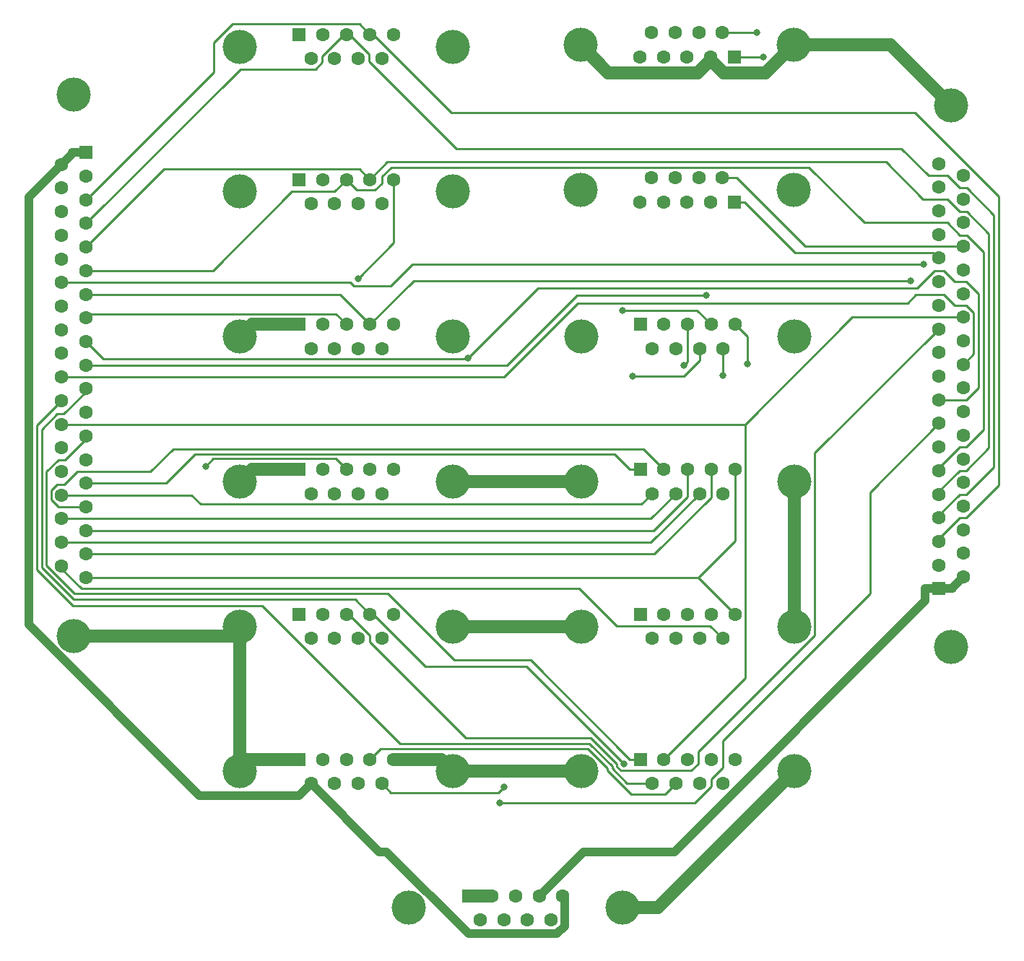
<source format=gbr>
%TF.GenerationSoftware,KiCad,Pcbnew,7.0.9*%
%TF.CreationDate,2023-12-30T13:25:45-08:00*%
%TF.ProjectId,Interconnect Board,496e7465-7263-46f6-9e6e-65637420426f,v1.3*%
%TF.SameCoordinates,Original*%
%TF.FileFunction,Copper,L1,Top*%
%TF.FilePolarity,Positive*%
%FSLAX46Y46*%
G04 Gerber Fmt 4.6, Leading zero omitted, Abs format (unit mm)*
G04 Created by KiCad (PCBNEW 7.0.9) date 2023-12-30 13:25:45*
%MOMM*%
%LPD*%
G01*
G04 APERTURE LIST*
%TA.AperFunction,ComponentPad*%
%ADD10C,4.000000*%
%TD*%
%TA.AperFunction,ComponentPad*%
%ADD11R,1.600000X1.600000*%
%TD*%
%TA.AperFunction,ComponentPad*%
%ADD12C,1.600000*%
%TD*%
%TA.AperFunction,ViaPad*%
%ADD13C,0.800000*%
%TD*%
%TA.AperFunction,Conductor*%
%ADD14C,0.250000*%
%TD*%
%TA.AperFunction,Conductor*%
%ADD15C,1.000000*%
%TD*%
%TA.AperFunction,Conductor*%
%ADD16C,1.500000*%
%TD*%
G04 APERTURE END LIST*
D10*
%TO.P,XPNDR_Serial_2,0,PAD*%
%TO.N,GND*%
X134622000Y-45069100D03*
X159622000Y-45069100D03*
D11*
%TO.P,XPNDR_Serial_2,1,1*%
X141582000Y-43649100D03*
D12*
%TO.P,XPNDR_Serial_2,2,2*%
%TO.N,/XPNDR_&_IDENT_12V*%
X144352000Y-43649100D03*
%TO.P,XPNDR_Serial_2,3,3*%
%TO.N,/XPNDR_Serial_2_Tx*%
X147122000Y-43649100D03*
%TO.P,XPNDR_Serial_2,4,4*%
%TO.N,/XPNDR_Serial_2_Rx*%
X149892000Y-43649100D03*
%TO.P,XPNDR_Serial_2,5,5*%
%TO.N,/Ident_SW_Input*%
X152662000Y-43649100D03*
%TO.P,XPNDR_Serial_2,6,6*%
%TO.N,unconnected-(XPNDR_Serial_2-Pad6)*%
X142967000Y-46489100D03*
%TO.P,XPNDR_Serial_2,7,7*%
%TO.N,unconnected-(XPNDR_Serial_2-Pad7)*%
X145737000Y-46489100D03*
%TO.P,XPNDR_Serial_2,8,8*%
%TO.N,unconnected-(XPNDR_Serial_2-Pad8)*%
X148507000Y-46489100D03*
%TO.P,XPNDR_Serial_2,9,9*%
%TO.N,unconnected-(XPNDR_Serial_2-Pad9)*%
X151277000Y-46489100D03*
%TD*%
D10*
%TO.P,VPX_Serial_3,0,PAD*%
%TO.N,GND*%
X134622000Y-62069100D03*
X159622000Y-62069100D03*
D11*
%TO.P,VPX_Serial_3,1,1*%
X141582000Y-60649100D03*
D12*
%TO.P,VPX_Serial_3,2,2*%
%TO.N,unconnected-(VPX_Serial_3-Pad2)*%
X144352000Y-60649100D03*
%TO.P,VPX_Serial_3,3,3*%
%TO.N,/VPX_Serial_3_Tx*%
X147122000Y-60649100D03*
%TO.P,VPX_Serial_3,4,4*%
%TO.N,/VPX_Serial_3_Rx*%
X149892000Y-60649100D03*
%TO.P,VPX_Serial_3,5,5*%
%TO.N,unconnected-(VPX_Serial_3-Pad5)*%
X152662000Y-60649100D03*
%TO.P,VPX_Serial_3,6,6*%
%TO.N,unconnected-(VPX_Serial_3-Pad6)*%
X142967000Y-63489100D03*
%TO.P,VPX_Serial_3,7,7*%
%TO.N,unconnected-(VPX_Serial_3-Pad7)*%
X145737000Y-63489100D03*
%TO.P,VPX_Serial_3,8,8*%
%TO.N,unconnected-(VPX_Serial_3-Pad8)*%
X148507000Y-63489100D03*
%TO.P,VPX_Serial_3,9,9*%
%TO.N,unconnected-(VPX_Serial_3-Pad9)*%
X151277000Y-63489100D03*
%TD*%
D10*
%TO.P,SkyView_3,0,PAD*%
%TO.N,GND*%
X174622000Y-96069100D03*
X199622000Y-96069100D03*
D11*
%TO.P,SkyView_3,1,1*%
%TO.N,/SV_Data_1A*%
X181582000Y-94649100D03*
D12*
%TO.P,SkyView_3,2,2*%
%TO.N,/SV_GND_1*%
X184352000Y-94649100D03*
%TO.P,SkyView_3,3,3*%
%TO.N,/SV_GND_2*%
X187122000Y-94649100D03*
%TO.P,SkyView_3,4,4*%
%TO.N,/SV_Data_2B*%
X189892000Y-94649100D03*
%TO.P,SkyView_3,5,5*%
%TO.N,/SV_EMS_Aux*%
X192662000Y-94649100D03*
%TO.P,SkyView_3,6,6*%
%TO.N,/SV_Data_1B*%
X182967000Y-97489100D03*
%TO.P,SkyView_3,7,7*%
%TO.N,/SV_Power_1*%
X185737000Y-97489100D03*
%TO.P,SkyView_3,8,8*%
%TO.N,/SV_Data_2A*%
X188507000Y-97489100D03*
%TO.P,SkyView_3,9,9*%
%TO.N,/SV_Power_2*%
X191277000Y-97489100D03*
%TD*%
D10*
%TO.P,SkyView_2,0,PAD*%
%TO.N,GND*%
X174622000Y-79069100D03*
X199622000Y-79069100D03*
D11*
%TO.P,SkyView_2,1,1*%
%TO.N,/SV_Data_1A*%
X181582000Y-77649100D03*
D12*
%TO.P,SkyView_2,2,2*%
%TO.N,/SV_GND_1*%
X184352000Y-77649100D03*
%TO.P,SkyView_2,3,3*%
%TO.N,/SV_GND_2*%
X187122000Y-77649100D03*
%TO.P,SkyView_2,4,4*%
%TO.N,/SV_Data_2B*%
X189892000Y-77649100D03*
%TO.P,SkyView_2,5,5*%
%TO.N,/SV_EMS_Aux*%
X192662000Y-77649100D03*
%TO.P,SkyView_2,6,6*%
%TO.N,/SV_Data_1B*%
X182967000Y-80489100D03*
%TO.P,SkyView_2,7,7*%
%TO.N,/SV_Power_1*%
X185737000Y-80489100D03*
%TO.P,SkyView_2,8,8*%
%TO.N,/SV_Data_2A*%
X188507000Y-80489100D03*
%TO.P,SkyView_2,9,9*%
%TO.N,/SV_Power_2*%
X191277000Y-80489100D03*
%TD*%
%TO.P,SkyView_1,9,9*%
%TO.N,/SV_Power_2*%
X191277000Y-63489100D03*
%TO.P,SkyView_1,8,8*%
%TO.N,/SV_Data_2A*%
X188507000Y-63489100D03*
%TO.P,SkyView_1,7,7*%
%TO.N,/SV_Power_1*%
X185737000Y-63489100D03*
%TO.P,SkyView_1,6,6*%
%TO.N,/SV_Data_1B*%
X182967000Y-63489100D03*
%TO.P,SkyView_1,5,5*%
%TO.N,/SV_EMS_Aux*%
X192662000Y-60649100D03*
%TO.P,SkyView_1,4,4*%
%TO.N,/SV_Data_2B*%
X189892000Y-60649100D03*
%TO.P,SkyView_1,3,3*%
%TO.N,/SV_GND_2*%
X187122000Y-60649100D03*
%TO.P,SkyView_1,2,2*%
%TO.N,/SV_GND_1*%
X184352000Y-60649100D03*
D11*
%TO.P,SkyView_1,1,1*%
%TO.N,/SV_Data_1A*%
X181582000Y-60649100D03*
D10*
%TO.P,SkyView_1,0,PAD*%
%TO.N,GND*%
X199622000Y-62069100D03*
X174622000Y-62069100D03*
%TD*%
%TO.P,Power_Input_1,0,PAD*%
%TO.N,GND*%
X154464100Y-129069100D03*
X179464100Y-129069100D03*
D11*
%TO.P,Power_Input_1,1,1*%
X161424100Y-127649100D03*
D12*
%TO.P,Power_Input_1,2,2*%
X164194100Y-127649100D03*
%TO.P,Power_Input_1,3,3*%
%TO.N,/ADSB_12V*%
X166964100Y-127649100D03*
%TO.P,Power_Input_1,4,4*%
%TO.N,/MFD_12V*%
X169734100Y-127649100D03*
%TO.P,Power_Input_1,5,5*%
%TO.N,/PFD_&_Dim_12V*%
X172504100Y-127649100D03*
%TO.P,Power_Input_1,6,6*%
%TO.N,GND*%
X162809100Y-130489100D03*
%TO.P,Power_Input_1,7,7*%
%TO.N,/ELT_12V*%
X165579100Y-130489100D03*
%TO.P,Power_Input_1,8,8*%
%TO.N,/SV-Net_AP_12V*%
X168349100Y-130489100D03*
%TO.P,Power_Input_1,9,9*%
%TO.N,/XPNDR_&_IDENT_12V*%
X171119100Y-130489100D03*
%TD*%
D10*
%TO.P,Ident_&_Dimmer_Input_1,0,PAD*%
%TO.N,GND*%
X134622000Y-113069100D03*
X159622000Y-113069100D03*
D11*
%TO.P,Ident_&_Dimmer_Input_1,1,1*%
X141582000Y-111649100D03*
D12*
%TO.P,Ident_&_Dimmer_Input_1,2,2*%
%TO.N,/Dimmer_Signal_Input*%
X144352000Y-111649100D03*
%TO.P,Ident_&_Dimmer_Input_1,3,3*%
%TO.N,unconnected-(Ident_&_Dimmer_Input_1-Pad3)*%
X147122000Y-111649100D03*
%TO.P,Ident_&_Dimmer_Input_1,4,4*%
%TO.N,/Dimmer_Output_Signal*%
X149892000Y-111649100D03*
%TO.P,Ident_&_Dimmer_Input_1,5,5*%
%TO.N,GND*%
X152662000Y-111649100D03*
%TO.P,Ident_&_Dimmer_Input_1,6,6*%
%TO.N,/PFD_&_Dim_12V*%
X142967000Y-114489100D03*
%TO.P,Ident_&_Dimmer_Input_1,7,7*%
%TO.N,unconnected-(Ident_&_Dimmer_Input_1-Pad7)*%
X145737000Y-114489100D03*
%TO.P,Ident_&_Dimmer_Input_1,8,8*%
%TO.N,/Ident_SW_Input*%
X148507000Y-114489100D03*
%TO.P,Ident_&_Dimmer_Input_1,9,9*%
%TO.N,/XPNDR_&_IDENT_12V*%
X151277000Y-114489100D03*
%TD*%
D10*
%TO.P,GPS_Serial_5,0,PAD*%
%TO.N,GND*%
X134622000Y-96069100D03*
X159622000Y-96069100D03*
D11*
%TO.P,GPS_Serial_5,1,1*%
%TO.N,/GPS_GND*%
X141582000Y-94649100D03*
D12*
%TO.P,GPS_Serial_5,2,2*%
%TO.N,/GPS_Power*%
X144352000Y-94649100D03*
%TO.P,GPS_Serial_5,3,3*%
%TO.N,/GPS_Serial_5_Tx*%
X147122000Y-94649100D03*
%TO.P,GPS_Serial_5,4,4*%
%TO.N,/GPS_Serial_5_Rx*%
X149892000Y-94649100D03*
%TO.P,GPS_Serial_5,5,5*%
%TO.N,unconnected-(GPS_Serial_5-Pad5)*%
X152662000Y-94649100D03*
%TO.P,GPS_Serial_5,6,6*%
%TO.N,unconnected-(GPS_Serial_5-Pad6)*%
X142967000Y-97489100D03*
%TO.P,GPS_Serial_5,7,7*%
%TO.N,unconnected-(GPS_Serial_5-Pad7)*%
X145737000Y-97489100D03*
%TO.P,GPS_Serial_5,8,8*%
%TO.N,unconnected-(GPS_Serial_5-Pad8)*%
X148507000Y-97489100D03*
%TO.P,GPS_Serial_5,9,9*%
%TO.N,unconnected-(GPS_Serial_5-Pad9)*%
X151277000Y-97489100D03*
%TD*%
D10*
%TO.P,ELT_Serial_4,0,PAD*%
%TO.N,GND*%
X134622000Y-79069100D03*
X159622000Y-79069100D03*
D11*
%TO.P,ELT_Serial_4,1,1*%
X141582000Y-77649100D03*
D12*
%TO.P,ELT_Serial_4,2,2*%
%TO.N,/ELT_12V*%
X144352000Y-77649100D03*
%TO.P,ELT_Serial_4,3,3*%
%TO.N,/ELT_Serial_4_Tx*%
X147122000Y-77649100D03*
%TO.P,ELT_Serial_4,4,4*%
%TO.N,/ELT_Serial_4_Rx*%
X149892000Y-77649100D03*
%TO.P,ELT_Serial_4,5,5*%
%TO.N,unconnected-(ELT_Serial_4-Pad5)*%
X152662000Y-77649100D03*
%TO.P,ELT_Serial_4,6,6*%
%TO.N,unconnected-(ELT_Serial_4-Pad6)*%
X142967000Y-80489100D03*
%TO.P,ELT_Serial_4,7,7*%
%TO.N,unconnected-(ELT_Serial_4-Pad7)*%
X145737000Y-80489100D03*
%TO.P,ELT_Serial_4,8,8*%
%TO.N,unconnected-(ELT_Serial_4-Pad8)*%
X148507000Y-80489100D03*
%TO.P,ELT_Serial_4,9,9*%
%TO.N,unconnected-(ELT_Serial_4-Pad9)*%
X151277000Y-80489100D03*
%TD*%
D10*
%TO.P,Dimmer_&_Audio_Output_1,0,PAD*%
%TO.N,GND*%
X174622000Y-113069100D03*
X199622000Y-113069100D03*
D11*
%TO.P,Dimmer_&_Audio_Output_1,1,1*%
%TO.N,/L_Audio_Out_1*%
X181582000Y-111649100D03*
D12*
%TO.P,Dimmer_&_Audio_Output_1,2,2*%
%TO.N,/R_Audio_Out_1*%
X184352000Y-111649100D03*
%TO.P,Dimmer_&_Audio_Output_1,3,3*%
%TO.N,/Dimmer_Output_Signal*%
X187122000Y-111649100D03*
%TO.P,Dimmer_&_Audio_Output_1,4,4*%
%TO.N,unconnected-(Dimmer_&_Audio_Output_1-Pad4)*%
X189892000Y-111649100D03*
%TO.P,Dimmer_&_Audio_Output_1,5,5*%
%TO.N,unconnected-(Dimmer_&_Audio_Output_1-Pad5)*%
X192662000Y-111649100D03*
%TO.P,Dimmer_&_Audio_Output_1,6,6*%
%TO.N,/Audio_Out_GND*%
X182967000Y-114489100D03*
%TO.P,Dimmer_&_Audio_Output_1,7,7*%
%TO.N,/Dimmer_Output_Signal*%
X185737000Y-114489100D03*
%TO.P,Dimmer_&_Audio_Output_1,8,8*%
X188507000Y-114489100D03*
%TO.P,Dimmer_&_Audio_Output_1,9,9*%
%TO.N,unconnected-(Dimmer_&_Audio_Output_1-Pad9)*%
X191277000Y-114489100D03*
%TD*%
D10*
%TO.P,AP_Roll_SV_Net_2,0,PAD*%
%TO.N,GND*%
X199546200Y-27865200D03*
X174546200Y-27865200D03*
D11*
%TO.P,AP_Roll_SV_Net_2,1,1*%
%TO.N,/SV_Data_1A*%
X192586200Y-29285200D03*
D12*
%TO.P,AP_Roll_SV_Net_2,2,2*%
%TO.N,GND*%
X189816200Y-29285200D03*
%TO.P,AP_Roll_SV_Net_2,3,3*%
%TO.N,/AP_Disengage (Unused)*%
X187046200Y-29285200D03*
%TO.P,AP_Roll_SV_Net_2,4,4*%
%TO.N,/SV_Data_2B*%
X184276200Y-29285200D03*
%TO.P,AP_Roll_SV_Net_2,5,5*%
%TO.N,unconnected-(AP_Roll_SV_Net_2-Pad5)*%
X181506200Y-29285200D03*
%TO.P,AP_Roll_SV_Net_2,6,6*%
%TO.N,/SV_Data_1B*%
X191201200Y-26445200D03*
%TO.P,AP_Roll_SV_Net_2,7,7*%
%TO.N,/SV-Net_AP_12V*%
X188431200Y-26445200D03*
%TO.P,AP_Roll_SV_Net_2,8,8*%
%TO.N,/SV_Data_2A*%
X185661200Y-26445200D03*
%TO.P,AP_Roll_SV_Net_2,9,9*%
%TO.N,unconnected-(AP_Roll_SV_Net_2-Pad9)*%
X182891200Y-26445200D03*
%TD*%
D10*
%TO.P,AP_Pitch_SV_Net_1,0,PAD*%
%TO.N,GND*%
X199546200Y-44865200D03*
X174546200Y-44865200D03*
D11*
%TO.P,AP_Pitch_SV_Net_1,1,1*%
%TO.N,/SV_Data_1A*%
X192586200Y-46285200D03*
D12*
%TO.P,AP_Pitch_SV_Net_1,2,2*%
%TO.N,GND*%
X189816200Y-46285200D03*
%TO.P,AP_Pitch_SV_Net_1,3,3*%
%TO.N,/AP_Disengage (Unused)*%
X187046200Y-46285200D03*
%TO.P,AP_Pitch_SV_Net_1,4,4*%
%TO.N,/SV_Data_2B*%
X184276200Y-46285200D03*
%TO.P,AP_Pitch_SV_Net_1,5,5*%
%TO.N,unconnected-(AP_Pitch_SV_Net_1-Pad5)*%
X181506200Y-46285200D03*
%TO.P,AP_Pitch_SV_Net_1,6,6*%
%TO.N,/SV_Data_1B*%
X191201200Y-43445200D03*
%TO.P,AP_Pitch_SV_Net_1,7,7*%
%TO.N,/SV-Net_AP_12V*%
X188431200Y-43445200D03*
%TO.P,AP_Pitch_SV_Net_1,8,8*%
%TO.N,/SV_Data_2A*%
X185661200Y-43445200D03*
%TO.P,AP_Pitch_SV_Net_1,9,9*%
%TO.N,unconnected-(AP_Pitch_SV_Net_1-Pad9)*%
X182891200Y-43445200D03*
%TD*%
D10*
%TO.P,ADSB_Serial_1,0,PAD*%
%TO.N,GND*%
X134622000Y-28069100D03*
X159622000Y-28069100D03*
D11*
%TO.P,ADSB_Serial_1,1,1*%
X141582000Y-26649100D03*
D12*
%TO.P,ADSB_Serial_1,2,2*%
%TO.N,/ADSB_12V*%
X144352000Y-26649100D03*
%TO.P,ADSB_Serial_1,3,3*%
%TO.N,/ADSB_Serial_1_Tx*%
X147122000Y-26649100D03*
%TO.P,ADSB_Serial_1,4,4*%
%TO.N,/ADSB_Serial_1_Rx*%
X149892000Y-26649100D03*
%TO.P,ADSB_Serial_1,5,5*%
%TO.N,unconnected-(ADSB_Serial_1-Pad5)*%
X152662000Y-26649100D03*
%TO.P,ADSB_Serial_1,6,6*%
%TO.N,unconnected-(ADSB_Serial_1-Pad6)*%
X142967000Y-29489100D03*
%TO.P,ADSB_Serial_1,7,7*%
%TO.N,unconnected-(ADSB_Serial_1-Pad7)*%
X145737000Y-29489100D03*
%TO.P,ADSB_Serial_1,8,8*%
%TO.N,unconnected-(ADSB_Serial_1-Pad8)*%
X148507000Y-29489100D03*
%TO.P,ADSB_Serial_1,9,9*%
%TO.N,unconnected-(ADSB_Serial_1-Pad9)*%
X151277000Y-29489100D03*
%TD*%
D10*
%TO.P,MFD_Main_2,0,PAD*%
%TO.N,GND*%
X218002000Y-98469100D03*
X218002000Y-34969100D03*
D11*
%TO.P,MFD_Main_2,1,1*%
%TO.N,/MFD_12V*%
X216582000Y-91649100D03*
D12*
%TO.P,MFD_Main_2,2,2*%
%TO.N,unconnected-(MFD_Main_2-Pad2)*%
X216582000Y-88879100D03*
%TO.P,MFD_Main_2,3,3*%
%TO.N,/ADSB_Serial_1_Rx*%
X216582000Y-86109100D03*
%TO.P,MFD_Main_2,4,4*%
%TO.N,/ADSB_Serial_1_Tx*%
X216582000Y-83339100D03*
%TO.P,MFD_Main_2,5,5*%
%TO.N,/XPNDR_Serial_2_Rx*%
X216582000Y-80569100D03*
%TO.P,MFD_Main_2,6,6*%
%TO.N,/XPNDR_Serial_2_Tx*%
X216582000Y-77799100D03*
%TO.P,MFD_Main_2,7,7*%
%TO.N,/VPX_Serial_3_Rx*%
X216582000Y-75029100D03*
%TO.P,MFD_Main_2,8,8*%
%TO.N,/VPX_Serial_3_Tx*%
X216582000Y-72259100D03*
%TO.P,MFD_Main_2,9,9*%
%TO.N,/ELT_Serial_4_Rx*%
X216582000Y-69489100D03*
%TO.P,MFD_Main_2,10,10*%
%TO.N,/ELT_Serial_4_Tx*%
X216582000Y-66719100D03*
%TO.P,MFD_Main_2,11,11*%
%TO.N,/GPS_Serial_5_Rx*%
X216582000Y-63949100D03*
%TO.P,MFD_Main_2,12,12*%
%TO.N,/GPS_Serial_5_Tx*%
X216582000Y-61179100D03*
%TO.P,MFD_Main_2,13,13*%
%TO.N,/L_Audio_Out_1*%
X216582000Y-58409100D03*
%TO.P,MFD_Main_2,14,14*%
%TO.N,unconnected-(MFD_Main_2-Pad14)*%
X216582000Y-55639100D03*
%TO.P,MFD_Main_2,15,15*%
%TO.N,/SV_Data_1A*%
X216582000Y-52869100D03*
%TO.P,MFD_Main_2,16,16*%
%TO.N,/SV_GND_1*%
X216582000Y-50099100D03*
%TO.P,MFD_Main_2,17,17*%
%TO.N,/SV_GND_2*%
X216582000Y-47329100D03*
%TO.P,MFD_Main_2,18,18*%
%TO.N,/SV_Data_2B*%
X216582000Y-44559100D03*
%TO.P,MFD_Main_2,19,19*%
%TO.N,/SV_EMS_Aux*%
X216582000Y-41789100D03*
%TO.P,MFD_Main_2,20,20*%
%TO.N,/MFD_12V*%
X219422000Y-90264100D03*
%TO.P,MFD_Main_2,21,21*%
%TO.N,GND*%
X219422000Y-87494100D03*
%TO.P,MFD_Main_2,22,22*%
X219422000Y-84724100D03*
%TO.P,MFD_Main_2,23,23*%
%TO.N,unconnected-(MFD_Main_2-Pad23)*%
X219422000Y-81954100D03*
%TO.P,MFD_Main_2,24,24*%
%TO.N,/GPS_GND*%
X219422000Y-79184100D03*
%TO.P,MFD_Main_2,25,25*%
%TO.N,/Dimmer_Signal_Input*%
X219422000Y-76414100D03*
%TO.P,MFD_Main_2,26,26*%
%TO.N,unconnected-(MFD_Main_2-Pad26)*%
X219422000Y-73644100D03*
%TO.P,MFD_Main_2,27,27*%
%TO.N,unconnected-(MFD_Main_2-Pad27)*%
X219422000Y-70874100D03*
%TO.P,MFD_Main_2,28,28*%
%TO.N,unconnected-(MFD_Main_2-Pad28)*%
X219422000Y-68104100D03*
%TO.P,MFD_Main_2,29,29*%
%TO.N,/GPS_Power*%
X219422000Y-65334100D03*
%TO.P,MFD_Main_2,30,30*%
%TO.N,/Audio_Out_GND*%
X219422000Y-62564100D03*
%TO.P,MFD_Main_2,31,31*%
%TO.N,/R_Audio_Out_1*%
X219422000Y-59794100D03*
%TO.P,MFD_Main_2,32,32*%
%TO.N,unconnected-(MFD_Main_2-Pad32)*%
X219422000Y-57024100D03*
%TO.P,MFD_Main_2,33,33*%
%TO.N,unconnected-(MFD_Main_2-Pad33)*%
X219422000Y-54254100D03*
%TO.P,MFD_Main_2,34,34*%
%TO.N,/SV_Data_1B*%
X219422000Y-51484100D03*
%TO.P,MFD_Main_2,35,35*%
%TO.N,/SV_Power_1*%
X219422000Y-48714100D03*
%TO.P,MFD_Main_2,36,36*%
%TO.N,/SV_Data_2A*%
X219422000Y-45944100D03*
%TO.P,MFD_Main_2,37,37*%
%TO.N,/SV_Power_2*%
X219422000Y-43174100D03*
%TD*%
D10*
%TO.P,PFD_Main_1,0,PAD*%
%TO.N,GND*%
X115162000Y-33673100D03*
X115162000Y-97173100D03*
D11*
%TO.P,PFD_Main_1,1,1*%
%TO.N,/PFD_&_Dim_12V*%
X116582000Y-40493100D03*
D12*
%TO.P,PFD_Main_1,2,2*%
%TO.N,unconnected-(PFD_Main_1-Pad2)*%
X116582000Y-43263100D03*
%TO.P,PFD_Main_1,3,3*%
%TO.N,/ADSB_Serial_1_Rx*%
X116582000Y-46033100D03*
%TO.P,PFD_Main_1,4,4*%
%TO.N,/ADSB_Serial_1_Tx*%
X116582000Y-48803100D03*
%TO.P,PFD_Main_1,5,5*%
%TO.N,/XPNDR_Serial_2_Rx*%
X116582000Y-51573100D03*
%TO.P,PFD_Main_1,6,6*%
%TO.N,/XPNDR_Serial_2_Tx*%
X116582000Y-54343100D03*
%TO.P,PFD_Main_1,7,7*%
%TO.N,/VPX_Serial_3_Rx*%
X116582000Y-57113100D03*
%TO.P,PFD_Main_1,8,8*%
%TO.N,/VPX_Serial_3_Tx*%
X116582000Y-59883100D03*
%TO.P,PFD_Main_1,9,9*%
%TO.N,/ELT_Serial_4_Rx*%
X116582000Y-62653100D03*
%TO.P,PFD_Main_1,10,10*%
%TO.N,/ELT_Serial_4_Tx*%
X116582000Y-65423100D03*
%TO.P,PFD_Main_1,11,11*%
%TO.N,/GPS_Serial_5_Rx*%
X116582000Y-68193100D03*
%TO.P,PFD_Main_1,12,12*%
%TO.N,/GPS_Serial_5_Tx*%
X116582000Y-70963100D03*
%TO.P,PFD_Main_1,13,13*%
%TO.N,/L_Audio_Out_1*%
X116582000Y-73733100D03*
%TO.P,PFD_Main_1,14,14*%
%TO.N,unconnected-(PFD_Main_1-Pad14)*%
X116582000Y-76503100D03*
%TO.P,PFD_Main_1,15,15*%
%TO.N,/SV_Data_1A*%
X116582000Y-79273100D03*
%TO.P,PFD_Main_1,16,16*%
%TO.N,/SV_GND_1*%
X116582000Y-82043100D03*
%TO.P,PFD_Main_1,17,17*%
%TO.N,/SV_GND_2*%
X116582000Y-84813100D03*
%TO.P,PFD_Main_1,18,18*%
%TO.N,/SV_Data_2B*%
X116582000Y-87583100D03*
%TO.P,PFD_Main_1,19,19*%
%TO.N,/SV_EMS_Aux*%
X116582000Y-90353100D03*
%TO.P,PFD_Main_1,20,20*%
%TO.N,/PFD_&_Dim_12V*%
X113742000Y-41878100D03*
%TO.P,PFD_Main_1,21,21*%
%TO.N,GND*%
X113742000Y-44648100D03*
%TO.P,PFD_Main_1,22,22*%
X113742000Y-47418100D03*
%TO.P,PFD_Main_1,23,23*%
%TO.N,unconnected-(PFD_Main_1-Pad23)*%
X113742000Y-50188100D03*
%TO.P,PFD_Main_1,24,24*%
%TO.N,/GPS_GND*%
X113742000Y-52958100D03*
%TO.P,PFD_Main_1,25,25*%
%TO.N,/Dimmer_Signal_Input*%
X113742000Y-55728100D03*
%TO.P,PFD_Main_1,26,26*%
%TO.N,/Dimmer_Output_Signal*%
X113742000Y-58498100D03*
%TO.P,PFD_Main_1,27,27*%
%TO.N,unconnected-(PFD_Main_1-Pad27)*%
X113742000Y-61268100D03*
%TO.P,PFD_Main_1,28,28*%
%TO.N,unconnected-(PFD_Main_1-Pad28)*%
X113742000Y-64038100D03*
%TO.P,PFD_Main_1,29,29*%
%TO.N,/GPS_Power*%
X113742000Y-66808100D03*
%TO.P,PFD_Main_1,30,30*%
%TO.N,/Audio_Out_GND*%
X113742000Y-69578100D03*
%TO.P,PFD_Main_1,31,31*%
%TO.N,/R_Audio_Out_1*%
X113742000Y-72348100D03*
%TO.P,PFD_Main_1,32,32*%
%TO.N,unconnected-(PFD_Main_1-Pad32)*%
X113742000Y-75118100D03*
%TO.P,PFD_Main_1,33,33*%
%TO.N,unconnected-(PFD_Main_1-Pad33)*%
X113742000Y-77888100D03*
%TO.P,PFD_Main_1,34,34*%
%TO.N,/SV_Data_1B*%
X113742000Y-80658100D03*
%TO.P,PFD_Main_1,35,35*%
%TO.N,/SV_Power_1*%
X113742000Y-83428100D03*
%TO.P,PFD_Main_1,36,36*%
%TO.N,/SV_Data_2A*%
X113742000Y-86198100D03*
%TO.P,PFD_Main_1,37,37*%
%TO.N,/SV_Power_2*%
X113742000Y-88968100D03*
%TD*%
D13*
%TO.N,/XPNDR_&_IDENT_12V*%
X165579100Y-114887800D03*
%TO.N,/Ident_SW_Input*%
X148476000Y-55275500D03*
%TO.N,/SV_Power_2*%
X191277000Y-66658600D03*
%TO.N,/SV_Data_2A*%
X180654500Y-66681500D03*
%TO.N,/SV_Data_1B*%
X195222500Y-26445200D03*
%TO.N,/GPS_Serial_5_Rx*%
X179647200Y-112157300D03*
%TO.N,/SV_EMS_Aux*%
X194094400Y-65317200D03*
%TO.N,/SV_Data_2B*%
X179528600Y-58979300D03*
%TO.N,/SV_GND_2*%
X186716300Y-65466300D03*
%TO.N,/SV_Data_1A*%
X196003700Y-29285200D03*
%TO.N,/ELT_Serial_4_Tx*%
X189327800Y-57200100D03*
X130598300Y-77285900D03*
%TO.N,/ELT_Serial_4_Rx*%
X161385300Y-64576600D03*
%TO.N,/VPX_Serial_3_Tx*%
X165073800Y-116766200D03*
%TO.N,/VPX_Serial_3_Rx*%
X213307100Y-55528500D03*
%TO.N,/Dimmer_Signal_Input*%
X214769200Y-53606200D03*
%TD*%
D14*
%TO.N,/SV_Data_2B*%
X188222200Y-58979300D02*
X189892000Y-60649100D01*
X179528600Y-58979300D02*
X188222200Y-58979300D01*
%TO.N,/Dimmer_Output_Signal*%
X184456000Y-115770100D02*
X185737000Y-114489100D01*
X180529400Y-115770100D02*
X184456000Y-115770100D01*
X177716500Y-112957200D02*
X180529400Y-115770100D01*
X177716500Y-112714700D02*
X177716500Y-112957200D01*
X175404000Y-110402200D02*
X177716500Y-112714700D01*
X151138900Y-110402200D02*
X175404000Y-110402200D01*
X149892000Y-111649100D02*
X151138900Y-110402200D01*
%TO.N,/XPNDR_&_IDENT_12V*%
X152351700Y-115563800D02*
X151277000Y-114489100D01*
X164903100Y-115563800D02*
X152351700Y-115563800D01*
X165579100Y-114887800D02*
X164903100Y-115563800D01*
D15*
%TO.N,/PFD_&_Dim_12V*%
X172736500Y-127881500D02*
X172504100Y-127649100D01*
X172736500Y-131200600D02*
X172736500Y-127881500D01*
X171826100Y-132111000D02*
X172736500Y-131200600D01*
X161473100Y-132111000D02*
X171826100Y-132111000D01*
X151839000Y-122476900D02*
X161473100Y-132111000D01*
X150954800Y-122476900D02*
X151839000Y-122476900D01*
X142967000Y-114489100D02*
X150954800Y-122476900D01*
X116582000Y-40493100D02*
X114980100Y-40493100D01*
X114980100Y-40640000D02*
X113742000Y-41878100D01*
X114980100Y-40493100D02*
X114980100Y-40640000D01*
X141581100Y-115875000D02*
X142967000Y-114489100D01*
X129866300Y-115875000D02*
X141581100Y-115875000D01*
X109866600Y-95875300D02*
X129866300Y-115875000D01*
X109866600Y-45753500D02*
X109866600Y-95875300D01*
X113742000Y-41878100D02*
X109866600Y-45753500D01*
D14*
%TO.N,/Ident_SW_Input*%
X152662000Y-51089500D02*
X148476000Y-55275500D01*
X152662000Y-43649100D02*
X152662000Y-51089500D01*
D16*
%TO.N,GND*%
X159622000Y-79069100D02*
X174622000Y-79069100D01*
X183622000Y-129069100D02*
X179464100Y-129069100D01*
X199622000Y-113069100D02*
X183622000Y-129069100D01*
X136042000Y-60649100D02*
X134622000Y-62069100D01*
X141582000Y-60649100D02*
X136042000Y-60649100D01*
X164194100Y-127649100D02*
X161424100Y-127649100D01*
X159622000Y-96069100D02*
X174622000Y-96069100D01*
X199622000Y-96069100D02*
X199622000Y-79069100D01*
X210898100Y-27865200D02*
X218002000Y-34969100D01*
X199546200Y-27865200D02*
X210898100Y-27865200D01*
X134622000Y-97173100D02*
X115162000Y-97173100D01*
X134622000Y-97173100D02*
X134622000Y-96069100D01*
X189816200Y-29285200D02*
X189816200Y-29634200D01*
X196274300Y-31137100D02*
X199546200Y-27865200D01*
X191319100Y-31137100D02*
X196274300Y-31137100D01*
X189816200Y-29634200D02*
X191319100Y-31137100D01*
X136042000Y-77649100D02*
X141582000Y-77649100D01*
X134622000Y-79069100D02*
X136042000Y-77649100D01*
X141582000Y-111649100D02*
X139730100Y-111649100D01*
X134622000Y-111649100D02*
X139730100Y-111649100D01*
X134622000Y-113069100D02*
X134622000Y-111649100D01*
X134622000Y-111649100D02*
X134622000Y-97173100D01*
X177836000Y-31155000D02*
X174546200Y-27865200D01*
X188295400Y-31155000D02*
X177836000Y-31155000D01*
X189816200Y-29634200D02*
X188295400Y-31155000D01*
X174622000Y-113069100D02*
X159622000Y-113069100D01*
X158202000Y-111649100D02*
X159622000Y-113069100D01*
X152662000Y-111649100D02*
X158202000Y-111649100D01*
D15*
%TO.N,/MFD_12V*%
X216582000Y-91649100D02*
X214980100Y-91649100D01*
X174906500Y-122476700D02*
X169734100Y-127649100D01*
X185560400Y-122476700D02*
X174906500Y-122476700D01*
X214980100Y-93057000D02*
X185560400Y-122476700D01*
X214980100Y-91649100D02*
X214980100Y-93057000D01*
X218183900Y-91502200D02*
X218183900Y-91649100D01*
X219422000Y-90264100D02*
X218183900Y-91502200D01*
X216582000Y-91649100D02*
X218183900Y-91649100D01*
D14*
%TO.N,/SV_Power_2*%
X191277000Y-63489100D02*
X191277000Y-66658600D01*
X113742000Y-89288700D02*
X113742000Y-88968100D01*
X116068300Y-91615000D02*
X113742000Y-89288700D01*
X174442500Y-91615000D02*
X116068300Y-91615000D01*
X178799200Y-95971700D02*
X174442500Y-91615000D01*
X189759600Y-95971700D02*
X178799200Y-95971700D01*
X191277000Y-97489100D02*
X189759600Y-95971700D01*
%TO.N,/SV_Data_2A*%
X186706600Y-66681500D02*
X180654500Y-66681500D01*
X188507000Y-64881100D02*
X186706600Y-66681500D01*
X188507000Y-63489100D02*
X188507000Y-64881100D01*
X182798000Y-86198100D02*
X188507000Y-80489100D01*
X113742000Y-86198100D02*
X182798000Y-86198100D01*
%TO.N,/SV_Power_1*%
X182798000Y-83428100D02*
X185737000Y-80489100D01*
X113742000Y-83428100D02*
X182798000Y-83428100D01*
%TO.N,/SV_Data_1B*%
X191201200Y-26445200D02*
X195222500Y-26445200D01*
X181731800Y-81724300D02*
X182967000Y-80489100D01*
X130036400Y-81724300D02*
X181731800Y-81724300D01*
X128970200Y-80658100D02*
X130036400Y-81724300D01*
X113742000Y-80658100D02*
X128970200Y-80658100D01*
X192866700Y-43445200D02*
X191201200Y-43445200D01*
X200905600Y-51484100D02*
X192866700Y-43445200D01*
X219422000Y-51484100D02*
X200905600Y-51484100D01*
%TO.N,/GPS_Serial_5_Rx*%
X148144500Y-92901600D02*
X149892000Y-94649100D01*
X115144500Y-92901600D02*
X148144500Y-92901600D01*
X111381900Y-89139000D02*
X115144500Y-92901600D01*
X111381900Y-72957300D02*
X111381900Y-89139000D01*
X113218000Y-71121200D02*
X111381900Y-72957300D01*
X113997900Y-71121200D02*
X113218000Y-71121200D01*
X116582000Y-68537100D02*
X113997900Y-71121200D01*
X116582000Y-68193100D02*
X116582000Y-68537100D01*
X150289700Y-94649100D02*
X149892000Y-94649100D01*
X156411900Y-100771300D02*
X150289700Y-94649100D01*
X168261200Y-100771300D02*
X156411900Y-100771300D01*
X179647200Y-112157300D02*
X168261200Y-100771300D01*
%TO.N,/SV_EMS_Aux*%
X194094400Y-62081500D02*
X194094400Y-65317200D01*
X192662000Y-60649100D02*
X194094400Y-62081500D01*
X192662000Y-86057100D02*
X188366000Y-90353100D01*
X192662000Y-77649100D02*
X192662000Y-86057100D01*
X116582000Y-90353100D02*
X188366000Y-90353100D01*
X188366000Y-90353100D02*
X192662000Y-94649100D01*
%TO.N,/SV_Data_2B*%
X183209000Y-87583100D02*
X116582000Y-87583100D01*
X189892000Y-80900100D02*
X183209000Y-87583100D01*
X189892000Y-77649100D02*
X189892000Y-80900100D01*
%TO.N,/SV_GND_2*%
X187122000Y-65060600D02*
X186716300Y-65466300D01*
X187122000Y-60649100D02*
X187122000Y-65060600D01*
X116582000Y-84813000D02*
X116582000Y-84813100D01*
X183151900Y-84813000D02*
X116582000Y-84813000D01*
X187122000Y-80842900D02*
X183151900Y-84813000D01*
X187122000Y-77649100D02*
X187122000Y-80842900D01*
%TO.N,/SV_GND_1*%
X181943200Y-75240300D02*
X184352000Y-77649100D01*
X126793000Y-75240300D02*
X181943200Y-75240300D01*
X124145200Y-77888100D02*
X126793000Y-75240300D01*
X115594700Y-77888100D02*
X124145200Y-77888100D01*
X114061000Y-79421800D02*
X115594700Y-77888100D01*
X113186100Y-79421800D02*
X114061000Y-79421800D01*
X112505700Y-80102200D02*
X113186100Y-79421800D01*
X112505700Y-81198900D02*
X112505700Y-80102200D01*
X113349900Y-82043100D02*
X112505700Y-81198900D01*
X116582000Y-82043100D02*
X113349900Y-82043100D01*
%TO.N,/SV_Data_1A*%
X192586200Y-29285200D02*
X196003700Y-29285200D01*
X215925900Y-52213000D02*
X216582000Y-52869100D01*
X199740900Y-52213000D02*
X215925900Y-52213000D01*
X193813100Y-46285200D02*
X199740900Y-52213000D01*
X192586200Y-46285200D02*
X193813100Y-46285200D01*
X181582000Y-77649100D02*
X180355100Y-77649100D01*
X178530400Y-75824400D02*
X180355100Y-77649100D01*
X129386600Y-75824400D02*
X178530400Y-75824400D01*
X125937900Y-79273100D02*
X129386600Y-75824400D01*
X116582000Y-79273100D02*
X125937900Y-79273100D01*
%TO.N,/GPS_Serial_5_Tx*%
X202048900Y-75712200D02*
X216582000Y-61179100D01*
X202048900Y-97074400D02*
X202048900Y-75712200D01*
X188348900Y-110774400D02*
X202048900Y-97074400D01*
X188348900Y-112157300D02*
X188348900Y-110774400D01*
X187522000Y-112984200D02*
X188348900Y-112157300D01*
X179304700Y-112984200D02*
X187522000Y-112984200D01*
X178820300Y-112499800D02*
X179304700Y-112984200D01*
X178820300Y-112218200D02*
X178820300Y-112499800D01*
X175744200Y-109142100D02*
X178820300Y-112218200D01*
X161154100Y-109142100D02*
X175744200Y-109142100D01*
X149892000Y-97880000D02*
X161154100Y-109142100D01*
X149892000Y-97105500D02*
X149892000Y-97880000D01*
X147435600Y-94649100D02*
X149892000Y-97105500D01*
X147122000Y-94649100D02*
X147435600Y-94649100D01*
%TO.N,/GPS_Power*%
X165601600Y-66808100D02*
X113742000Y-66808100D01*
X174270500Y-58139200D02*
X165601600Y-66808100D01*
X212898800Y-58139200D02*
X174270500Y-58139200D01*
X213856300Y-57181700D02*
X212898800Y-58139200D01*
X217207300Y-57181700D02*
X213856300Y-57181700D01*
X218434700Y-58409100D02*
X217207300Y-57181700D01*
X219779400Y-58409100D02*
X218434700Y-58409100D01*
X220657000Y-59286700D02*
X219779400Y-58409100D01*
X220657000Y-64099100D02*
X220657000Y-59286700D01*
X219422000Y-65334100D02*
X220657000Y-64099100D01*
%TO.N,/ELT_Serial_4_Tx*%
X174129400Y-57200100D02*
X189327800Y-57200100D01*
X165906400Y-65423100D02*
X174129400Y-57200100D01*
X116582000Y-65423100D02*
X165906400Y-65423100D01*
X131484200Y-76400000D02*
X130598300Y-77285900D01*
X145872900Y-76400000D02*
X131484200Y-76400000D01*
X147122000Y-77649100D02*
X145872900Y-76400000D01*
%TO.N,/ELT_Serial_4_Rx*%
X161245900Y-64716000D02*
X161385300Y-64576600D01*
X118644900Y-64716000D02*
X161245900Y-64716000D01*
X116582000Y-62653100D02*
X118644900Y-64716000D01*
X219793000Y-69489100D02*
X216582000Y-69489100D01*
X221252000Y-68030100D02*
X219793000Y-69489100D01*
X221252000Y-57077200D02*
X221252000Y-68030100D01*
X219813900Y-55639100D02*
X221252000Y-57077200D01*
X218434700Y-55639100D02*
X219813900Y-55639100D01*
X217180500Y-54384900D02*
X218434700Y-55639100D01*
X216044000Y-54384900D02*
X217180500Y-54384900D01*
X214073500Y-56355400D02*
X216044000Y-54384900D01*
X169606500Y-56355400D02*
X214073500Y-56355400D01*
X161385300Y-64576600D02*
X169606500Y-56355400D01*
%TO.N,/VPX_Serial_3_Tx*%
X145891700Y-59418800D02*
X147122000Y-60649100D01*
X117046300Y-59418800D02*
X145891700Y-59418800D01*
X116582000Y-59883100D02*
X117046300Y-59418800D01*
X208501200Y-80339900D02*
X216582000Y-72259100D01*
X208501200Y-92209400D02*
X208501200Y-80339900D01*
X191268200Y-109442400D02*
X208501200Y-92209400D01*
X191268200Y-112597700D02*
X191268200Y-109442400D01*
X189892000Y-113973900D02*
X191268200Y-112597700D01*
X189892000Y-114844200D02*
X189892000Y-113973900D01*
X187970000Y-116766200D02*
X189892000Y-114844200D01*
X165073800Y-116766200D02*
X187970000Y-116766200D01*
%TO.N,/VPX_Serial_3_Rx*%
X146356000Y-57113100D02*
X149892000Y-60649100D01*
X116582000Y-57113100D02*
X146356000Y-57113100D01*
X155012600Y-55528500D02*
X149892000Y-60649100D01*
X213307100Y-55528500D02*
X155012600Y-55528500D01*
%TO.N,/XPNDR_Serial_2_Tx*%
X145701900Y-45069200D02*
X147122000Y-43649100D01*
X140742400Y-45069200D02*
X145701900Y-45069200D01*
X131468500Y-54343100D02*
X140742400Y-45069200D01*
X116582000Y-54343100D02*
X131468500Y-54343100D01*
X148348900Y-44876000D02*
X147122000Y-43649100D01*
X150480200Y-44876000D02*
X148348900Y-44876000D01*
X151277000Y-44079200D02*
X150480200Y-44876000D01*
X151277000Y-43283900D02*
X151277000Y-44079200D01*
X152355200Y-42205700D02*
X151277000Y-43283900D01*
X201354000Y-42205700D02*
X152355200Y-42205700D01*
X207860900Y-48712600D02*
X201354000Y-42205700D01*
X217567900Y-48712600D02*
X207860900Y-48712600D01*
X219039500Y-50184200D02*
X217567900Y-48712600D01*
X219857200Y-50184200D02*
X219039500Y-50184200D01*
X221847100Y-52174100D02*
X219857200Y-50184200D01*
X221847100Y-73002800D02*
X221847100Y-52174100D01*
X219820800Y-75029100D02*
X221847100Y-73002800D01*
X218994200Y-75029100D02*
X219820800Y-75029100D01*
X216582000Y-77441300D02*
X218994200Y-75029100D01*
X216582000Y-77799100D02*
X216582000Y-77441300D01*
%TO.N,/XPNDR_Serial_2_Rx*%
X216582000Y-80211300D02*
X216582000Y-80569100D01*
X218994200Y-77799100D02*
X216582000Y-80211300D01*
X219779400Y-77799100D02*
X218994200Y-77799100D01*
X222438900Y-75139600D02*
X219779400Y-77799100D01*
X222438900Y-49995900D02*
X222438900Y-75139600D01*
X219857200Y-47414200D02*
X222438900Y-49995900D01*
X219039500Y-47414200D02*
X219857200Y-47414200D01*
X217569400Y-45944100D02*
X219039500Y-47414200D01*
X214710800Y-45944100D02*
X217569400Y-45944100D01*
X210377700Y-41611000D02*
X214710800Y-45944100D01*
X151930100Y-41611000D02*
X210377700Y-41611000D01*
X149892000Y-43649100D02*
X151930100Y-41611000D01*
X148655800Y-42412900D02*
X149892000Y-43649100D01*
X125742200Y-42412900D02*
X148655800Y-42412900D01*
X116582000Y-51573100D02*
X125742200Y-42412900D01*
%TO.N,/ADSB_Serial_1_Tx*%
X146823800Y-26649100D02*
X147122000Y-26649100D01*
X144266900Y-29206000D02*
X146823800Y-26649100D01*
X144266900Y-29924300D02*
X144266900Y-29206000D01*
X143475200Y-30716000D02*
X144266900Y-29924300D01*
X134669100Y-30716000D02*
X143475200Y-30716000D01*
X116582000Y-48803100D02*
X134669100Y-30716000D01*
X216582000Y-82981300D02*
X216582000Y-83339100D01*
X218994200Y-80569100D02*
X216582000Y-82981300D01*
X219816600Y-80569100D02*
X218994200Y-80569100D01*
X223027800Y-77357900D02*
X219816600Y-80569100D01*
X223027800Y-47814800D02*
X223027800Y-77357900D01*
X219857200Y-44644200D02*
X223027800Y-47814800D01*
X219039500Y-44644200D02*
X219857200Y-44644200D01*
X217569400Y-43174100D02*
X219039500Y-44644200D01*
X215356600Y-43174100D02*
X217569400Y-43174100D01*
X212205300Y-40022800D02*
X215356600Y-43174100D01*
X160010500Y-40022800D02*
X212205300Y-40022800D01*
X149773700Y-29786000D02*
X160010500Y-40022800D01*
X149773700Y-28974600D02*
X149773700Y-29786000D01*
X147448200Y-26649100D02*
X149773700Y-28974600D01*
X147122000Y-26649100D02*
X147448200Y-26649100D01*
%TO.N,/ADSB_Serial_1_Rx*%
X148631700Y-25388800D02*
X149892000Y-26649100D01*
X133807600Y-25388800D02*
X148631700Y-25388800D01*
X131581300Y-27615100D02*
X133807600Y-25388800D01*
X131581300Y-31033800D02*
X131581300Y-27615100D01*
X116582000Y-46033100D02*
X131581300Y-31033800D01*
X150289700Y-26649100D02*
X149892000Y-26649100D01*
X159460700Y-35820100D02*
X150289700Y-26649100D01*
X213818000Y-35820100D02*
X159460700Y-35820100D01*
X223623000Y-45625100D02*
X213818000Y-35820100D01*
X223623000Y-79495500D02*
X223623000Y-45625100D01*
X219779400Y-83339100D02*
X223623000Y-79495500D01*
X218994200Y-83339100D02*
X219779400Y-83339100D01*
X216582000Y-85751300D02*
X218994200Y-83339100D01*
X216582000Y-86109100D02*
X216582000Y-85751300D01*
%TO.N,/Audio_Out_GND*%
X180029000Y-114489100D02*
X182967000Y-114489100D01*
X178268400Y-112728500D02*
X180029000Y-114489100D01*
X178268400Y-112469400D02*
X178268400Y-112728500D01*
X175577600Y-109778600D02*
X178268400Y-112469400D01*
X153398700Y-109778600D02*
X175577600Y-109778600D01*
X137249500Y-93629400D02*
X153398700Y-109778600D01*
X115081200Y-93629400D02*
X137249500Y-93629400D01*
X110819400Y-89367600D02*
X115081200Y-93629400D01*
X110819400Y-72500700D02*
X110819400Y-89367600D01*
X113742000Y-69578100D02*
X110819400Y-72500700D01*
%TO.N,/L_Audio_Out_1*%
X181582000Y-111649100D02*
X180355100Y-111649100D01*
X116582000Y-74077100D02*
X116582000Y-73733100D01*
X114156000Y-76503100D02*
X116582000Y-74077100D01*
X113336300Y-76503100D02*
X114156000Y-76503100D01*
X111942900Y-77896500D02*
X113336300Y-76503100D01*
X111942900Y-88908900D02*
X111942900Y-77896500D01*
X115252500Y-92218500D02*
X111942900Y-88908900D01*
X152008500Y-92218500D02*
X115252500Y-92218500D01*
X159792600Y-100002600D02*
X152008500Y-92218500D01*
X168708600Y-100002600D02*
X159792600Y-100002600D01*
X180355100Y-111649100D02*
X168708600Y-100002600D01*
%TO.N,/R_Audio_Out_1*%
X193890500Y-102110600D02*
X184352000Y-111649100D01*
X193890500Y-72348100D02*
X193890500Y-102110600D01*
X113742000Y-72348100D02*
X193890500Y-72348100D01*
X206444500Y-59794100D02*
X219422000Y-59794100D01*
X193890500Y-72348100D02*
X206444500Y-59794100D01*
%TO.N,/Dimmer_Signal_Input*%
X154829700Y-53606200D02*
X214769200Y-53606200D01*
X152328800Y-56107100D02*
X154829700Y-53606200D01*
X147973000Y-56107100D02*
X152328800Y-56107100D01*
X147594000Y-55728100D02*
X147973000Y-56107100D01*
X113742000Y-55728100D02*
X147594000Y-55728100D01*
%TD*%
M02*

</source>
